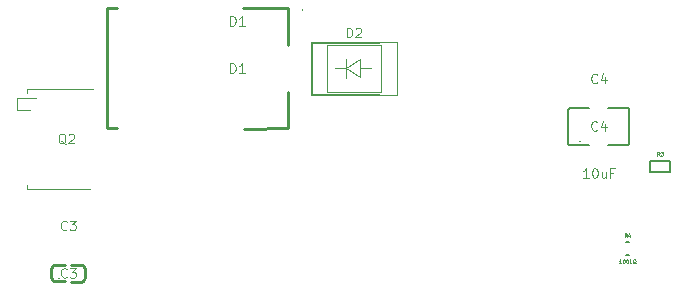
<source format=gbr>
%TF.GenerationSoftware,Flux,Pcbnew,9.0.4-9.0.4-0~ubuntu22.04.1*%
%TF.CreationDate,2025-10-04T22:26:05+00:00*%
%TF.ProjectId,input,696e7075-742e-46b6-9963-61645f706362,rev?*%
%TF.SameCoordinates,Original*%
%TF.FileFunction,Legend,Top*%
%TF.FilePolarity,Positive*%
%FSLAX46Y46*%
G04 Gerber Fmt 4.6, Leading zero omitted, Abs format (unit mm)*
G04 Filename: opposite-black-robot-vacuum*
G04 Build it with Flux! Visit our site at: https://www.flux.ai (PCBNEW 9.0.4-9.0.4-0~ubuntu22.04.1) date 2025-10-04 22:26:05*
%MOMM*%
%LPD*%
G01*
G04 APERTURE LIST*
%ADD10C,0.095000*%
%ADD11C,0.037402*%
%ADD12C,0.060000*%
%ADD13C,0.250000*%
%ADD14C,0.150000*%
%ADD15C,0.127000*%
%ADD16C,0.120000*%
%ADD17C,0.050000*%
%ADD18C,0.100000*%
G04 APERTURE END LIST*
D10*
X-14749575Y10864844D02*
X-14749575Y11664844D01*
X-14749575Y11664844D02*
X-14559099Y11664844D01*
X-14559099Y11664844D02*
X-14444813Y11626749D01*
X-14444813Y11626749D02*
X-14368623Y11550559D01*
X-14368623Y11550559D02*
X-14330528Y11474368D01*
X-14330528Y11474368D02*
X-14292432Y11321987D01*
X-14292432Y11321987D02*
X-14292432Y11207701D01*
X-14292432Y11207701D02*
X-14330528Y11055320D01*
X-14330528Y11055320D02*
X-14368623Y10979130D01*
X-14368623Y10979130D02*
X-14444813Y10902940D01*
X-14444813Y10902940D02*
X-14559099Y10864844D01*
X-14559099Y10864844D02*
X-14749575Y10864844D01*
X-13530528Y10864844D02*
X-13987671Y10864844D01*
X-13759099Y10864844D02*
X-13759099Y11664844D01*
X-13759099Y11664844D02*
X-13835290Y11550559D01*
X-13835290Y11550559D02*
X-13911480Y11474368D01*
X-13911480Y11474368D02*
X-13987671Y11436273D01*
X-14749575Y14864844D02*
X-14749575Y15664844D01*
X-14749575Y15664844D02*
X-14559099Y15664844D01*
X-14559099Y15664844D02*
X-14444813Y15626749D01*
X-14444813Y15626749D02*
X-14368623Y15550559D01*
X-14368623Y15550559D02*
X-14330528Y15474368D01*
X-14330528Y15474368D02*
X-14292432Y15321987D01*
X-14292432Y15321987D02*
X-14292432Y15207701D01*
X-14292432Y15207701D02*
X-14330528Y15055320D01*
X-14330528Y15055320D02*
X-14368623Y14979130D01*
X-14368623Y14979130D02*
X-14444813Y14902940D01*
X-14444813Y14902940D02*
X-14559099Y14864844D01*
X-14559099Y14864844D02*
X-14749575Y14864844D01*
X-13530528Y14864844D02*
X-13987671Y14864844D01*
X-13759099Y14864844D02*
X-13759099Y15664844D01*
X-13759099Y15664844D02*
X-13835290Y15550559D01*
X-13835290Y15550559D02*
X-13911480Y15474368D01*
X-13911480Y15474368D02*
X-13987671Y15436273D01*
X16289667Y10044935D02*
X16251571Y10006840D01*
X16251571Y10006840D02*
X16137286Y9968744D01*
X16137286Y9968744D02*
X16061095Y9968744D01*
X16061095Y9968744D02*
X15946809Y10006840D01*
X15946809Y10006840D02*
X15870619Y10083030D01*
X15870619Y10083030D02*
X15832524Y10159220D01*
X15832524Y10159220D02*
X15794428Y10311601D01*
X15794428Y10311601D02*
X15794428Y10425887D01*
X15794428Y10425887D02*
X15832524Y10578268D01*
X15832524Y10578268D02*
X15870619Y10654459D01*
X15870619Y10654459D02*
X15946809Y10730649D01*
X15946809Y10730649D02*
X16061095Y10768744D01*
X16061095Y10768744D02*
X16137286Y10768744D01*
X16137286Y10768744D02*
X16251571Y10730649D01*
X16251571Y10730649D02*
X16289667Y10692554D01*
X16975381Y10502078D02*
X16975381Y9968744D01*
X16784905Y10806840D02*
X16594428Y10235411D01*
X16594428Y10235411D02*
X17089667Y10235411D01*
X15565856Y1968744D02*
X15108713Y1968744D01*
X15337285Y1968744D02*
X15337285Y2768744D01*
X15337285Y2768744D02*
X15261094Y2654459D01*
X15261094Y2654459D02*
X15184904Y2578268D01*
X15184904Y2578268D02*
X15108713Y2540173D01*
X16061095Y2768744D02*
X16137285Y2768744D01*
X16137285Y2768744D02*
X16213476Y2730649D01*
X16213476Y2730649D02*
X16251571Y2692554D01*
X16251571Y2692554D02*
X16289666Y2616363D01*
X16289666Y2616363D02*
X16327761Y2463982D01*
X16327761Y2463982D02*
X16327761Y2273506D01*
X16327761Y2273506D02*
X16289666Y2121125D01*
X16289666Y2121125D02*
X16251571Y2044935D01*
X16251571Y2044935D02*
X16213476Y2006840D01*
X16213476Y2006840D02*
X16137285Y1968744D01*
X16137285Y1968744D02*
X16061095Y1968744D01*
X16061095Y1968744D02*
X15984904Y2006840D01*
X15984904Y2006840D02*
X15946809Y2044935D01*
X15946809Y2044935D02*
X15908714Y2121125D01*
X15908714Y2121125D02*
X15870618Y2273506D01*
X15870618Y2273506D02*
X15870618Y2463982D01*
X15870618Y2463982D02*
X15908714Y2616363D01*
X15908714Y2616363D02*
X15946809Y2692554D01*
X15946809Y2692554D02*
X15984904Y2730649D01*
X15984904Y2730649D02*
X16061095Y2768744D01*
X17013476Y2502078D02*
X17013476Y1968744D01*
X16670619Y2502078D02*
X16670619Y2083030D01*
X16670619Y2083030D02*
X16708714Y2006840D01*
X16708714Y2006840D02*
X16784904Y1968744D01*
X16784904Y1968744D02*
X16899190Y1968744D01*
X16899190Y1968744D02*
X16975381Y2006840D01*
X16975381Y2006840D02*
X17013476Y2044935D01*
X17661095Y2387792D02*
X17394429Y2387792D01*
X17394429Y1968744D02*
X17394429Y2768744D01*
X17394429Y2768744D02*
X17775381Y2768744D01*
X16289667Y6044935D02*
X16251571Y6006840D01*
X16251571Y6006840D02*
X16137286Y5968744D01*
X16137286Y5968744D02*
X16061095Y5968744D01*
X16061095Y5968744D02*
X15946809Y6006840D01*
X15946809Y6006840D02*
X15870619Y6083030D01*
X15870619Y6083030D02*
X15832524Y6159220D01*
X15832524Y6159220D02*
X15794428Y6311601D01*
X15794428Y6311601D02*
X15794428Y6425887D01*
X15794428Y6425887D02*
X15832524Y6578268D01*
X15832524Y6578268D02*
X15870619Y6654459D01*
X15870619Y6654459D02*
X15946809Y6730649D01*
X15946809Y6730649D02*
X16061095Y6768744D01*
X16061095Y6768744D02*
X16137286Y6768744D01*
X16137286Y6768744D02*
X16251571Y6730649D01*
X16251571Y6730649D02*
X16289667Y6692554D01*
X16975381Y6502078D02*
X16975381Y5968744D01*
X16784905Y6806840D02*
X16594428Y6235411D01*
X16594428Y6235411D02*
X17089667Y6235411D01*
X-28627932Y-2397564D02*
X-28666028Y-2435660D01*
X-28666028Y-2435660D02*
X-28780313Y-2473755D01*
X-28780313Y-2473755D02*
X-28856504Y-2473755D01*
X-28856504Y-2473755D02*
X-28970790Y-2435660D01*
X-28970790Y-2435660D02*
X-29046980Y-2359469D01*
X-29046980Y-2359469D02*
X-29085075Y-2283279D01*
X-29085075Y-2283279D02*
X-29123171Y-2130898D01*
X-29123171Y-2130898D02*
X-29123171Y-2016612D01*
X-29123171Y-2016612D02*
X-29085075Y-1864231D01*
X-29085075Y-1864231D02*
X-29046980Y-1788040D01*
X-29046980Y-1788040D02*
X-28970790Y-1711850D01*
X-28970790Y-1711850D02*
X-28856504Y-1673755D01*
X-28856504Y-1673755D02*
X-28780313Y-1673755D01*
X-28780313Y-1673755D02*
X-28666028Y-1711850D01*
X-28666028Y-1711850D02*
X-28627932Y-1749945D01*
X-28361266Y-1673755D02*
X-27866028Y-1673755D01*
X-27866028Y-1673755D02*
X-28132694Y-1978517D01*
X-28132694Y-1978517D02*
X-28018409Y-1978517D01*
X-28018409Y-1978517D02*
X-27942218Y-2016612D01*
X-27942218Y-2016612D02*
X-27904123Y-2054707D01*
X-27904123Y-2054707D02*
X-27866028Y-2130898D01*
X-27866028Y-2130898D02*
X-27866028Y-2321374D01*
X-27866028Y-2321374D02*
X-27904123Y-2397564D01*
X-27904123Y-2397564D02*
X-27942218Y-2435660D01*
X-27942218Y-2435660D02*
X-28018409Y-2473755D01*
X-28018409Y-2473755D02*
X-28246980Y-2473755D01*
X-28246980Y-2473755D02*
X-28323171Y-2435660D01*
X-28323171Y-2435660D02*
X-28361266Y-2397564D01*
X-28627932Y-6397564D02*
X-28666028Y-6435660D01*
X-28666028Y-6435660D02*
X-28780313Y-6473755D01*
X-28780313Y-6473755D02*
X-28856504Y-6473755D01*
X-28856504Y-6473755D02*
X-28970790Y-6435660D01*
X-28970790Y-6435660D02*
X-29046980Y-6359469D01*
X-29046980Y-6359469D02*
X-29085075Y-6283279D01*
X-29085075Y-6283279D02*
X-29123171Y-6130898D01*
X-29123171Y-6130898D02*
X-29123171Y-6016612D01*
X-29123171Y-6016612D02*
X-29085075Y-5864231D01*
X-29085075Y-5864231D02*
X-29046980Y-5788040D01*
X-29046980Y-5788040D02*
X-28970790Y-5711850D01*
X-28970790Y-5711850D02*
X-28856504Y-5673755D01*
X-28856504Y-5673755D02*
X-28780313Y-5673755D01*
X-28780313Y-5673755D02*
X-28666028Y-5711850D01*
X-28666028Y-5711850D02*
X-28627932Y-5749945D01*
X-28361266Y-5673755D02*
X-27866028Y-5673755D01*
X-27866028Y-5673755D02*
X-28132694Y-5978517D01*
X-28132694Y-5978517D02*
X-28018409Y-5978517D01*
X-28018409Y-5978517D02*
X-27942218Y-6016612D01*
X-27942218Y-6016612D02*
X-27904123Y-6054707D01*
X-27904123Y-6054707D02*
X-27866028Y-6130898D01*
X-27866028Y-6130898D02*
X-27866028Y-6321374D01*
X-27866028Y-6321374D02*
X-27904123Y-6397564D01*
X-27904123Y-6397564D02*
X-27942218Y-6435660D01*
X-27942218Y-6435660D02*
X-28018409Y-6473755D01*
X-28018409Y-6473755D02*
X-28246980Y-6473755D01*
X-28246980Y-6473755D02*
X-28323171Y-6435660D01*
X-28323171Y-6435660D02*
X-28361266Y-6397564D01*
D11*
X18804406Y-3058662D02*
X18699419Y-2908681D01*
X18624429Y-3058662D02*
X18624429Y-2743702D01*
X18624429Y-2743702D02*
X18744414Y-2743702D01*
X18744414Y-2743702D02*
X18774410Y-2758700D01*
X18774410Y-2758700D02*
X18789408Y-2773698D01*
X18789408Y-2773698D02*
X18804406Y-2803694D01*
X18804406Y-2803694D02*
X18804406Y-2848688D01*
X18804406Y-2848688D02*
X18789408Y-2878684D01*
X18789408Y-2878684D02*
X18774410Y-2893683D01*
X18774410Y-2893683D02*
X18744414Y-2908681D01*
X18744414Y-2908681D02*
X18624429Y-2908681D01*
X19074372Y-2848688D02*
X19074372Y-3058662D01*
X18999381Y-2728704D02*
X18924391Y-2953675D01*
X18924391Y-2953675D02*
X19119366Y-2953675D01*
X18339465Y-5258662D02*
X18159488Y-5258662D01*
X18249476Y-5258662D02*
X18249476Y-4943702D01*
X18249476Y-4943702D02*
X18219480Y-4988696D01*
X18219480Y-4988696D02*
X18189484Y-5018692D01*
X18189484Y-5018692D02*
X18159488Y-5033690D01*
X18534440Y-4943702D02*
X18564437Y-4943702D01*
X18564437Y-4943702D02*
X18594433Y-4958700D01*
X18594433Y-4958700D02*
X18609431Y-4973698D01*
X18609431Y-4973698D02*
X18624429Y-5003694D01*
X18624429Y-5003694D02*
X18639427Y-5063686D01*
X18639427Y-5063686D02*
X18639427Y-5138677D01*
X18639427Y-5138677D02*
X18624429Y-5198669D01*
X18624429Y-5198669D02*
X18609431Y-5228665D01*
X18609431Y-5228665D02*
X18594433Y-5243664D01*
X18594433Y-5243664D02*
X18564437Y-5258662D01*
X18564437Y-5258662D02*
X18534440Y-5258662D01*
X18534440Y-5258662D02*
X18504444Y-5243664D01*
X18504444Y-5243664D02*
X18489446Y-5228665D01*
X18489446Y-5228665D02*
X18474448Y-5198669D01*
X18474448Y-5198669D02*
X18459450Y-5138677D01*
X18459450Y-5138677D02*
X18459450Y-5063686D01*
X18459450Y-5063686D02*
X18474448Y-5003694D01*
X18474448Y-5003694D02*
X18489446Y-4973698D01*
X18489446Y-4973698D02*
X18504444Y-4958700D01*
X18504444Y-4958700D02*
X18534440Y-4943702D01*
X18834402Y-4943702D02*
X18864399Y-4943702D01*
X18864399Y-4943702D02*
X18894395Y-4958700D01*
X18894395Y-4958700D02*
X18909393Y-4973698D01*
X18909393Y-4973698D02*
X18924391Y-5003694D01*
X18924391Y-5003694D02*
X18939389Y-5063686D01*
X18939389Y-5063686D02*
X18939389Y-5138677D01*
X18939389Y-5138677D02*
X18924391Y-5198669D01*
X18924391Y-5198669D02*
X18909393Y-5228665D01*
X18909393Y-5228665D02*
X18894395Y-5243664D01*
X18894395Y-5243664D02*
X18864399Y-5258662D01*
X18864399Y-5258662D02*
X18834402Y-5258662D01*
X18834402Y-5258662D02*
X18804406Y-5243664D01*
X18804406Y-5243664D02*
X18789408Y-5228665D01*
X18789408Y-5228665D02*
X18774410Y-5198669D01*
X18774410Y-5198669D02*
X18759412Y-5138677D01*
X18759412Y-5138677D02*
X18759412Y-5063686D01*
X18759412Y-5063686D02*
X18774410Y-5003694D01*
X18774410Y-5003694D02*
X18789408Y-4973698D01*
X18789408Y-4973698D02*
X18804406Y-4958700D01*
X18804406Y-4958700D02*
X18834402Y-4943702D01*
X19074372Y-5258662D02*
X19074372Y-4943702D01*
X19104368Y-5138677D02*
X19194357Y-5258662D01*
X19194357Y-5048688D02*
X19074372Y-5168673D01*
X19314342Y-5258662D02*
X19389332Y-5258662D01*
X19389332Y-5258662D02*
X19389332Y-5198669D01*
X19389332Y-5198669D02*
X19359336Y-5183671D01*
X19359336Y-5183671D02*
X19329340Y-5153675D01*
X19329340Y-5153675D02*
X19314342Y-5108681D01*
X19314342Y-5108681D02*
X19314342Y-5033690D01*
X19314342Y-5033690D02*
X19329340Y-4988696D01*
X19329340Y-4988696D02*
X19359336Y-4958700D01*
X19359336Y-4958700D02*
X19404330Y-4943702D01*
X19404330Y-4943702D02*
X19464323Y-4943702D01*
X19464323Y-4943702D02*
X19509317Y-4958700D01*
X19509317Y-4958700D02*
X19539313Y-4988696D01*
X19539313Y-4988696D02*
X19554311Y-5033690D01*
X19554311Y-5033690D02*
X19554311Y-5108681D01*
X19554311Y-5108681D02*
X19539313Y-5153675D01*
X19539313Y-5153675D02*
X19509317Y-5183671D01*
X19509317Y-5183671D02*
X19479321Y-5198669D01*
X19479321Y-5198669D02*
X19479321Y-5258662D01*
X19479321Y-5258662D02*
X19554311Y-5258662D01*
X21574906Y3848837D02*
X21469919Y3998818D01*
X21394929Y3848837D02*
X21394929Y4163797D01*
X21394929Y4163797D02*
X21514914Y4163797D01*
X21514914Y4163797D02*
X21544910Y4148799D01*
X21544910Y4148799D02*
X21559908Y4133801D01*
X21559908Y4133801D02*
X21574906Y4103805D01*
X21574906Y4103805D02*
X21574906Y4058811D01*
X21574906Y4058811D02*
X21559908Y4028815D01*
X21559908Y4028815D02*
X21544910Y4013816D01*
X21544910Y4013816D02*
X21514914Y3998818D01*
X21514914Y3998818D02*
X21394929Y3998818D01*
X21679893Y4163797D02*
X21874868Y4163797D01*
X21874868Y4163797D02*
X21769881Y4043813D01*
X21769881Y4043813D02*
X21814876Y4043813D01*
X21814876Y4043813D02*
X21844872Y4028815D01*
X21844872Y4028815D02*
X21859870Y4013816D01*
X21859870Y4013816D02*
X21874868Y3983820D01*
X21874868Y3983820D02*
X21874868Y3908830D01*
X21874868Y3908830D02*
X21859870Y3878834D01*
X21859870Y3878834D02*
X21844872Y3863836D01*
X21844872Y3863836D02*
X21814876Y3848837D01*
X21814876Y3848837D02*
X21724887Y3848837D01*
X21724887Y3848837D02*
X21694891Y3863836D01*
X21694891Y3863836D02*
X21679893Y3878834D01*
D10*
X-4900775Y13868144D02*
X-4900775Y14668144D01*
X-4900775Y14668144D02*
X-4710299Y14668144D01*
X-4710299Y14668144D02*
X-4596013Y14630049D01*
X-4596013Y14630049D02*
X-4519823Y14553859D01*
X-4519823Y14553859D02*
X-4481728Y14477668D01*
X-4481728Y14477668D02*
X-4443632Y14325287D01*
X-4443632Y14325287D02*
X-4443632Y14211001D01*
X-4443632Y14211001D02*
X-4481728Y14058620D01*
X-4481728Y14058620D02*
X-4519823Y13982430D01*
X-4519823Y13982430D02*
X-4596013Y13906240D01*
X-4596013Y13906240D02*
X-4710299Y13868144D01*
X-4710299Y13868144D02*
X-4900775Y13868144D01*
X-4138871Y14591954D02*
X-4100775Y14630049D01*
X-4100775Y14630049D02*
X-4024585Y14668144D01*
X-4024585Y14668144D02*
X-3834109Y14668144D01*
X-3834109Y14668144D02*
X-3757918Y14630049D01*
X-3757918Y14630049D02*
X-3719823Y14591954D01*
X-3719823Y14591954D02*
X-3681728Y14515763D01*
X-3681728Y14515763D02*
X-3681728Y14439573D01*
X-3681728Y14439573D02*
X-3719823Y14325287D01*
X-3719823Y14325287D02*
X-4176966Y13868144D01*
X-4176966Y13868144D02*
X-3681728Y13868144D01*
X-4900775Y13868144D02*
X-4900775Y14668144D01*
X-4900775Y14668144D02*
X-4710299Y14668144D01*
X-4710299Y14668144D02*
X-4596013Y14630049D01*
X-4596013Y14630049D02*
X-4519823Y14553859D01*
X-4519823Y14553859D02*
X-4481728Y14477668D01*
X-4481728Y14477668D02*
X-4443632Y14325287D01*
X-4443632Y14325287D02*
X-4443632Y14211001D01*
X-4443632Y14211001D02*
X-4481728Y14058620D01*
X-4481728Y14058620D02*
X-4519823Y13982430D01*
X-4519823Y13982430D02*
X-4596013Y13906240D01*
X-4596013Y13906240D02*
X-4710299Y13868144D01*
X-4710299Y13868144D02*
X-4900775Y13868144D01*
X-4138871Y14591954D02*
X-4100775Y14630049D01*
X-4100775Y14630049D02*
X-4024585Y14668144D01*
X-4024585Y14668144D02*
X-3834109Y14668144D01*
X-3834109Y14668144D02*
X-3757918Y14630049D01*
X-3757918Y14630049D02*
X-3719823Y14591954D01*
X-3719823Y14591954D02*
X-3681728Y14515763D01*
X-3681728Y14515763D02*
X-3681728Y14439573D01*
X-3681728Y14439573D02*
X-3719823Y14325287D01*
X-3719823Y14325287D02*
X-4176966Y13868144D01*
X-4176966Y13868144D02*
X-3681728Y13868144D01*
X-28703390Y4811754D02*
X-28779580Y4849849D01*
X-28779580Y4849849D02*
X-28855771Y4926040D01*
X-28855771Y4926040D02*
X-28970057Y5040325D01*
X-28970057Y5040325D02*
X-29046247Y5078420D01*
X-29046247Y5078420D02*
X-29122438Y5078420D01*
X-29084342Y4887944D02*
X-29160533Y4926040D01*
X-29160533Y4926040D02*
X-29236723Y5002230D01*
X-29236723Y5002230D02*
X-29274819Y5154611D01*
X-29274819Y5154611D02*
X-29274819Y5421278D01*
X-29274819Y5421278D02*
X-29236723Y5573659D01*
X-29236723Y5573659D02*
X-29160533Y5649849D01*
X-29160533Y5649849D02*
X-29084342Y5687944D01*
X-29084342Y5687944D02*
X-28931961Y5687944D01*
X-28931961Y5687944D02*
X-28855771Y5649849D01*
X-28855771Y5649849D02*
X-28779580Y5573659D01*
X-28779580Y5573659D02*
X-28741485Y5421278D01*
X-28741485Y5421278D02*
X-28741485Y5154611D01*
X-28741485Y5154611D02*
X-28779580Y5002230D01*
X-28779580Y5002230D02*
X-28855771Y4926040D01*
X-28855771Y4926040D02*
X-28931961Y4887944D01*
X-28931961Y4887944D02*
X-29084342Y4887944D01*
X-28436724Y5611754D02*
X-28398628Y5649849D01*
X-28398628Y5649849D02*
X-28322438Y5687944D01*
X-28322438Y5687944D02*
X-28131962Y5687944D01*
X-28131962Y5687944D02*
X-28055771Y5649849D01*
X-28055771Y5649849D02*
X-28017676Y5611754D01*
X-28017676Y5611754D02*
X-27979581Y5535563D01*
X-27979581Y5535563D02*
X-27979581Y5459373D01*
X-27979581Y5459373D02*
X-28017676Y5345087D01*
X-28017676Y5345087D02*
X-28474819Y4887944D01*
X-28474819Y4887944D02*
X-27979581Y4887944D01*
D12*
%TO.C,*%
X-8669100Y16230000D02*
X-8670122Y16222235D01*
X-8670122Y16222235D02*
X-8673119Y16215000D01*
X-8673119Y16215000D02*
X-8677887Y16208787D01*
X-8677887Y16208787D02*
X-8684100Y16204019D01*
X-8684100Y16204019D02*
X-8691335Y16201022D01*
X-8691335Y16201022D02*
X-8699100Y16200000D01*
X-8699100Y16200000D02*
X-8706865Y16201022D01*
X-8706865Y16201022D02*
X-8714100Y16204019D01*
X-8714100Y16204019D02*
X-8720313Y16208787D01*
X-8720313Y16208787D02*
X-8725081Y16215000D01*
X-8725081Y16215000D02*
X-8728078Y16222235D01*
X-8728078Y16222235D02*
X-8729100Y16230000D01*
X-8729100Y16230000D02*
X-8728078Y16237765D01*
X-8728078Y16237765D02*
X-8725081Y16245000D01*
X-8725081Y16245000D02*
X-8720313Y16251213D01*
X-8720313Y16251213D02*
X-8714100Y16255981D01*
X-8714100Y16255981D02*
X-8706865Y16258978D01*
X-8706865Y16258978D02*
X-8699100Y16260000D01*
X-8699100Y16260000D02*
X-8691335Y16258978D01*
X-8691335Y16258978D02*
X-8684100Y16255981D01*
X-8684100Y16255981D02*
X-8677887Y16251213D01*
X-8677887Y16251213D02*
X-8673119Y16245000D01*
X-8673119Y16245000D02*
X-8670122Y16237765D01*
X-8670122Y16237765D02*
X-8669100Y16230000D01*
D13*
X-9869100Y9250000D02*
X-9869100Y6150000D01*
X-9869100Y6150000D02*
X-13599100Y6120000D01*
X-13669100Y16310000D02*
X-9869100Y16310000D01*
X-25229100Y16310000D02*
X-24319100Y16310000D01*
X-24319100Y6150000D02*
X-25229100Y6150000D01*
X-25229100Y6150000D02*
X-25229100Y16310000D01*
X-9869100Y16310000D02*
X-9869100Y13210000D01*
D14*
X18833000Y4753900D02*
X18842810Y4754221D01*
X18842810Y4754221D02*
X18852579Y4755183D01*
X18852579Y4755183D02*
X18862264Y4756782D01*
X18862264Y4756782D02*
X18871823Y4759011D01*
X18871823Y4759011D02*
X18881216Y4761860D01*
X18881216Y4761860D02*
X18890403Y4765318D01*
X18890403Y4765318D02*
X18899343Y4769369D01*
X18899343Y4769369D02*
X18908000Y4773996D01*
X18908000Y4773996D02*
X18916336Y4779180D01*
X18916336Y4779180D02*
X18924314Y4784897D01*
X18924314Y4784897D02*
X18931902Y4791124D01*
X18931902Y4791124D02*
X18939066Y4797834D01*
X18939066Y4797834D02*
X18945776Y4804998D01*
X18945776Y4804998D02*
X18952003Y4812586D01*
X18952003Y4812586D02*
X18957720Y4820564D01*
X18957720Y4820564D02*
X18962904Y4828900D01*
X18962904Y4828900D02*
X18967531Y4837557D01*
X18967531Y4837557D02*
X18971582Y4846497D01*
X18971582Y4846497D02*
X18975040Y4855684D01*
X18975040Y4855684D02*
X18977889Y4865077D01*
X18977889Y4865077D02*
X18980118Y4874636D01*
X18980118Y4874636D02*
X18981717Y4884321D01*
X18981717Y4884321D02*
X18982679Y4894090D01*
X18982679Y4894090D02*
X18983000Y4903900D01*
X18983000Y7763900D02*
X18982679Y7773710D01*
X18982679Y7773710D02*
X18981717Y7783479D01*
X18981717Y7783479D02*
X18980118Y7793164D01*
X18980118Y7793164D02*
X18977889Y7802723D01*
X18977889Y7802723D02*
X18975040Y7812116D01*
X18975040Y7812116D02*
X18971582Y7821303D01*
X18971582Y7821303D02*
X18967531Y7830243D01*
X18967531Y7830243D02*
X18962904Y7838900D01*
X18962904Y7838900D02*
X18957720Y7847236D01*
X18957720Y7847236D02*
X18952003Y7855214D01*
X18952003Y7855214D02*
X18945776Y7862802D01*
X18945776Y7862802D02*
X18939066Y7869966D01*
X18939066Y7869966D02*
X18931902Y7876676D01*
X18931902Y7876676D02*
X18924314Y7882903D01*
X18924314Y7882903D02*
X18916336Y7888620D01*
X18916336Y7888620D02*
X18908000Y7893804D01*
X18908000Y7893804D02*
X18899343Y7898431D01*
X18899343Y7898431D02*
X18890403Y7902482D01*
X18890403Y7902482D02*
X18881216Y7905940D01*
X18881216Y7905940D02*
X18871823Y7908789D01*
X18871823Y7908789D02*
X18862264Y7911018D01*
X18862264Y7911018D02*
X18852579Y7912617D01*
X18852579Y7912617D02*
X18842810Y7913579D01*
X18842810Y7913579D02*
X18833000Y7913900D01*
X14013000Y4753900D02*
X14003190Y4754221D01*
X14003190Y4754221D02*
X13993421Y4755183D01*
X13993421Y4755183D02*
X13983736Y4756782D01*
X13983736Y4756782D02*
X13974177Y4759011D01*
X13974177Y4759011D02*
X13964784Y4761860D01*
X13964784Y4761860D02*
X13955597Y4765318D01*
X13955597Y4765318D02*
X13946657Y4769369D01*
X13946657Y4769369D02*
X13938000Y4773996D01*
X13938000Y4773996D02*
X13929664Y4779180D01*
X13929664Y4779180D02*
X13921686Y4784897D01*
X13921686Y4784897D02*
X13914098Y4791124D01*
X13914098Y4791124D02*
X13906934Y4797834D01*
X13906934Y4797834D02*
X13900224Y4804998D01*
X13900224Y4804998D02*
X13893997Y4812586D01*
X13893997Y4812586D02*
X13888280Y4820564D01*
X13888280Y4820564D02*
X13883096Y4828900D01*
X13883096Y4828900D02*
X13878469Y4837557D01*
X13878469Y4837557D02*
X13874418Y4846497D01*
X13874418Y4846497D02*
X13870960Y4855684D01*
X13870960Y4855684D02*
X13868111Y4865077D01*
X13868111Y4865077D02*
X13865882Y4874636D01*
X13865882Y4874636D02*
X13864283Y4884321D01*
X13864283Y4884321D02*
X13863321Y4894090D01*
X13863321Y4894090D02*
X13863000Y4903900D01*
X13863000Y7763900D02*
X13863321Y7773710D01*
X13863321Y7773710D02*
X13864283Y7783479D01*
X13864283Y7783479D02*
X13865882Y7793164D01*
X13865882Y7793164D02*
X13868111Y7802723D01*
X13868111Y7802723D02*
X13870960Y7812116D01*
X13870960Y7812116D02*
X13874418Y7821303D01*
X13874418Y7821303D02*
X13878469Y7830243D01*
X13878469Y7830243D02*
X13883096Y7838900D01*
X13883096Y7838900D02*
X13888280Y7847236D01*
X13888280Y7847236D02*
X13893997Y7855214D01*
X13893997Y7855214D02*
X13900224Y7862802D01*
X13900224Y7862802D02*
X13906934Y7869966D01*
X13906934Y7869966D02*
X13914098Y7876676D01*
X13914098Y7876676D02*
X13921686Y7882903D01*
X13921686Y7882903D02*
X13929664Y7888620D01*
X13929664Y7888620D02*
X13938000Y7893804D01*
X13938000Y7893804D02*
X13946657Y7898431D01*
X13946657Y7898431D02*
X13955597Y7902482D01*
X13955597Y7902482D02*
X13964784Y7905940D01*
X13964784Y7905940D02*
X13974177Y7908789D01*
X13974177Y7908789D02*
X13983736Y7911018D01*
X13983736Y7911018D02*
X13993421Y7912617D01*
X13993421Y7912617D02*
X14003190Y7913579D01*
X14003190Y7913579D02*
X14013000Y7913900D01*
X18983000Y4903900D02*
X18983000Y7763900D01*
X18833000Y7913900D02*
X17203000Y7913900D01*
X17203000Y4753900D02*
X18833000Y4753900D01*
X14013000Y7913900D02*
X15643000Y7913900D01*
X15643000Y4753900D02*
X14013000Y4753900D01*
X13863000Y4903900D02*
X13863000Y7763900D01*
D12*
X14853000Y5083900D02*
X14851978Y5076135D01*
X14851978Y5076135D02*
X14848981Y5068900D01*
X14848981Y5068900D02*
X14844213Y5062687D01*
X14844213Y5062687D02*
X14838000Y5057919D01*
X14838000Y5057919D02*
X14830765Y5054922D01*
X14830765Y5054922D02*
X14823000Y5053900D01*
X14823000Y5053900D02*
X14815235Y5054922D01*
X14815235Y5054922D02*
X14808000Y5057919D01*
X14808000Y5057919D02*
X14801787Y5062687D01*
X14801787Y5062687D02*
X14797019Y5068900D01*
X14797019Y5068900D02*
X14794022Y5076135D01*
X14794022Y5076135D02*
X14793000Y5083900D01*
X14793000Y5083900D02*
X14794022Y5091665D01*
X14794022Y5091665D02*
X14797019Y5098900D01*
X14797019Y5098900D02*
X14801787Y5105113D01*
X14801787Y5105113D02*
X14808000Y5109881D01*
X14808000Y5109881D02*
X14815235Y5112878D01*
X14815235Y5112878D02*
X14823000Y5113900D01*
X14823000Y5113900D02*
X14830765Y5112878D01*
X14830765Y5112878D02*
X14838000Y5109881D01*
X14838000Y5109881D02*
X14844213Y5105113D01*
X14844213Y5105113D02*
X14848981Y5098900D01*
X14848981Y5098900D02*
X14851978Y5091665D01*
X14851978Y5091665D02*
X14853000Y5083900D01*
D13*
X-29904600Y-5698600D02*
X-29903936Y-5678325D01*
X-29903936Y-5678325D02*
X-29901948Y-5658137D01*
X-29901948Y-5658137D02*
X-29898643Y-5638122D01*
X-29898643Y-5638122D02*
X-29894037Y-5618366D01*
X-29894037Y-5618366D02*
X-29888148Y-5598954D01*
X-29888148Y-5598954D02*
X-29881003Y-5579968D01*
X-29881003Y-5579968D02*
X-29872631Y-5561491D01*
X-29872631Y-5561491D02*
X-29863068Y-5543600D01*
X-29863068Y-5543600D02*
X-29852356Y-5526373D01*
X-29852356Y-5526373D02*
X-29840540Y-5509884D01*
X-29840540Y-5509884D02*
X-29827670Y-5494203D01*
X-29827670Y-5494203D02*
X-29813803Y-5479397D01*
X-29813803Y-5479397D02*
X-29798997Y-5465530D01*
X-29798997Y-5465530D02*
X-29783316Y-5452660D01*
X-29783316Y-5452660D02*
X-29766827Y-5440844D01*
X-29766827Y-5440844D02*
X-29749600Y-5430132D01*
X-29749600Y-5430132D02*
X-29731709Y-5420569D01*
X-29731709Y-5420569D02*
X-29713232Y-5412197D01*
X-29713232Y-5412197D02*
X-29694246Y-5405052D01*
X-29694246Y-5405052D02*
X-29674834Y-5399163D01*
X-29674834Y-5399163D02*
X-29655078Y-5394557D01*
X-29655078Y-5394557D02*
X-29635063Y-5391252D01*
X-29635063Y-5391252D02*
X-29614875Y-5389264D01*
X-29614875Y-5389264D02*
X-29594600Y-5388600D01*
X-29594600Y-6808600D02*
X-29614875Y-6807936D01*
X-29614875Y-6807936D02*
X-29635063Y-6805948D01*
X-29635063Y-6805948D02*
X-29655078Y-6802643D01*
X-29655078Y-6802643D02*
X-29674834Y-6798037D01*
X-29674834Y-6798037D02*
X-29694246Y-6792148D01*
X-29694246Y-6792148D02*
X-29713232Y-6785003D01*
X-29713232Y-6785003D02*
X-29731709Y-6776631D01*
X-29731709Y-6776631D02*
X-29749600Y-6767068D01*
X-29749600Y-6767068D02*
X-29766827Y-6756356D01*
X-29766827Y-6756356D02*
X-29783316Y-6744540D01*
X-29783316Y-6744540D02*
X-29798997Y-6731670D01*
X-29798997Y-6731670D02*
X-29813803Y-6717803D01*
X-29813803Y-6717803D02*
X-29827670Y-6702997D01*
X-29827670Y-6702997D02*
X-29840540Y-6687316D01*
X-29840540Y-6687316D02*
X-29852356Y-6670827D01*
X-29852356Y-6670827D02*
X-29863068Y-6653600D01*
X-29863068Y-6653600D02*
X-29872631Y-6635709D01*
X-29872631Y-6635709D02*
X-29881003Y-6617232D01*
X-29881003Y-6617232D02*
X-29888148Y-6598246D01*
X-29888148Y-6598246D02*
X-29894037Y-6578834D01*
X-29894037Y-6578834D02*
X-29898643Y-6559078D01*
X-29898643Y-6559078D02*
X-29901948Y-6539063D01*
X-29901948Y-6539063D02*
X-29903936Y-6518875D01*
X-29903936Y-6518875D02*
X-29904600Y-6498600D01*
X-27414600Y-5398600D02*
X-27394325Y-5399264D01*
X-27394325Y-5399264D02*
X-27374137Y-5401252D01*
X-27374137Y-5401252D02*
X-27354122Y-5404557D01*
X-27354122Y-5404557D02*
X-27334366Y-5409163D01*
X-27334366Y-5409163D02*
X-27314954Y-5415052D01*
X-27314954Y-5415052D02*
X-27295968Y-5422197D01*
X-27295968Y-5422197D02*
X-27277491Y-5430569D01*
X-27277491Y-5430569D02*
X-27259600Y-5440132D01*
X-27259600Y-5440132D02*
X-27242373Y-5450844D01*
X-27242373Y-5450844D02*
X-27225884Y-5462660D01*
X-27225884Y-5462660D02*
X-27210203Y-5475530D01*
X-27210203Y-5475530D02*
X-27195397Y-5489397D01*
X-27195397Y-5489397D02*
X-27181530Y-5504203D01*
X-27181530Y-5504203D02*
X-27168660Y-5519884D01*
X-27168660Y-5519884D02*
X-27156844Y-5536373D01*
X-27156844Y-5536373D02*
X-27146132Y-5553600D01*
X-27146132Y-5553600D02*
X-27136569Y-5571491D01*
X-27136569Y-5571491D02*
X-27128197Y-5589968D01*
X-27128197Y-5589968D02*
X-27121052Y-5608954D01*
X-27121052Y-5608954D02*
X-27115163Y-5628366D01*
X-27115163Y-5628366D02*
X-27110557Y-5648122D01*
X-27110557Y-5648122D02*
X-27107252Y-5668137D01*
X-27107252Y-5668137D02*
X-27105264Y-5688325D01*
X-27105264Y-5688325D02*
X-27104600Y-5708600D01*
X-27104600Y-6508600D02*
X-27105264Y-6528875D01*
X-27105264Y-6528875D02*
X-27107252Y-6549063D01*
X-27107252Y-6549063D02*
X-27110557Y-6569078D01*
X-27110557Y-6569078D02*
X-27115163Y-6588834D01*
X-27115163Y-6588834D02*
X-27121052Y-6608246D01*
X-27121052Y-6608246D02*
X-27128197Y-6627232D01*
X-27128197Y-6627232D02*
X-27136569Y-6645709D01*
X-27136569Y-6645709D02*
X-27146132Y-6663600D01*
X-27146132Y-6663600D02*
X-27156844Y-6680827D01*
X-27156844Y-6680827D02*
X-27168660Y-6697316D01*
X-27168660Y-6697316D02*
X-27181530Y-6712997D01*
X-27181530Y-6712997D02*
X-27195397Y-6727803D01*
X-27195397Y-6727803D02*
X-27210203Y-6741670D01*
X-27210203Y-6741670D02*
X-27225884Y-6754540D01*
X-27225884Y-6754540D02*
X-27242373Y-6766356D01*
X-27242373Y-6766356D02*
X-27259600Y-6777068D01*
X-27259600Y-6777068D02*
X-27277491Y-6786631D01*
X-27277491Y-6786631D02*
X-27295968Y-6795003D01*
X-27295968Y-6795003D02*
X-27314954Y-6802148D01*
X-27314954Y-6802148D02*
X-27334366Y-6808037D01*
X-27334366Y-6808037D02*
X-27354122Y-6812643D01*
X-27354122Y-6812643D02*
X-27374137Y-6815948D01*
X-27374137Y-6815948D02*
X-27394325Y-6817936D01*
X-27394325Y-6817936D02*
X-27414600Y-6818600D01*
X-27104600Y-5708600D02*
X-27104600Y-6508600D01*
X-28214600Y-5398600D02*
X-27414600Y-5398600D01*
X-28214600Y-6818600D02*
X-27414600Y-6818600D01*
X-28794600Y-5388600D02*
X-29594600Y-5388600D01*
X-29904600Y-5698600D02*
X-29904600Y-6498600D01*
X-28794600Y-6808600D02*
X-29594600Y-6808600D01*
D12*
X-29264600Y-6508600D02*
X-29265622Y-6516365D01*
X-29265622Y-6516365D02*
X-29268619Y-6523600D01*
X-29268619Y-6523600D02*
X-29273387Y-6529813D01*
X-29273387Y-6529813D02*
X-29279600Y-6534581D01*
X-29279600Y-6534581D02*
X-29286835Y-6537578D01*
X-29286835Y-6537578D02*
X-29294600Y-6538600D01*
X-29294600Y-6538600D02*
X-29302365Y-6537578D01*
X-29302365Y-6537578D02*
X-29309600Y-6534581D01*
X-29309600Y-6534581D02*
X-29315813Y-6529813D01*
X-29315813Y-6529813D02*
X-29320581Y-6523600D01*
X-29320581Y-6523600D02*
X-29323578Y-6516365D01*
X-29323578Y-6516365D02*
X-29324600Y-6508600D01*
X-29324600Y-6508600D02*
X-29323578Y-6500835D01*
X-29323578Y-6500835D02*
X-29320581Y-6493600D01*
X-29320581Y-6493600D02*
X-29315813Y-6487387D01*
X-29315813Y-6487387D02*
X-29309600Y-6482619D01*
X-29309600Y-6482619D02*
X-29302365Y-6479622D01*
X-29302365Y-6479622D02*
X-29294600Y-6478600D01*
X-29294600Y-6478600D02*
X-29286835Y-6479622D01*
X-29286835Y-6479622D02*
X-29279600Y-6482619D01*
X-29279600Y-6482619D02*
X-29273387Y-6487387D01*
X-29273387Y-6487387D02*
X-29268619Y-6493600D01*
X-29268619Y-6493600D02*
X-29265622Y-6500835D01*
X-29265622Y-6500835D02*
X-29264600Y-6508600D01*
D15*
X18956900Y-3504900D02*
X18756900Y-3504900D01*
X18956900Y-4524900D02*
X18756900Y-4524900D01*
X20797400Y2452600D02*
X20797400Y3392600D01*
X22457400Y2452600D02*
X22457400Y3392600D01*
X22457400Y3392600D02*
X20797400Y3392600D01*
X22457400Y2452600D02*
X20797400Y2452600D01*
D16*
X-7860300Y13383300D02*
X-7860300Y9083300D01*
D17*
X-7960300Y13483300D02*
X-660300Y13483300D01*
X-660300Y13483300D02*
X-660300Y8983300D01*
X-660300Y8983300D02*
X-7960300Y8983300D01*
X-7960300Y8983300D02*
X-7960300Y13483300D01*
D16*
X-7860300Y9083300D02*
X-2160300Y9083300D01*
X-7860300Y13383300D02*
X-2160300Y13383300D01*
D18*
X-2010300Y9233300D02*
X-6610300Y9233300D01*
X-6610300Y9233300D02*
X-6610300Y13233300D01*
X-2010300Y13233300D02*
X-2010300Y9233300D01*
X-2010300Y13233300D02*
X-6610300Y13233300D01*
X-4959700Y11232300D02*
X-5861400Y11232300D01*
X-3809100Y11232300D02*
X-2810900Y11232300D01*
X-4959700Y12032400D02*
X-4959700Y10432200D01*
X-3809100Y10483000D02*
X-3809100Y12032400D01*
X-4959700Y11232300D02*
X-3809100Y10483000D01*
X-4959700Y11232300D02*
X-3809100Y12032400D01*
D16*
X-31987200Y9513100D02*
X-31987200Y9113100D01*
X-31987200Y9513100D02*
X-26367200Y9513100D01*
X-31987200Y1393100D02*
X-31987200Y993100D01*
X-31987200Y993100D02*
X-26627200Y993100D01*
D18*
X-32827200Y8753100D02*
X-32827200Y7753100D01*
X-32827200Y8753100D02*
X-31227200Y8753100D01*
X-32827200Y7753100D02*
X-31727200Y7753100D01*
%TD*%
M02*

</source>
